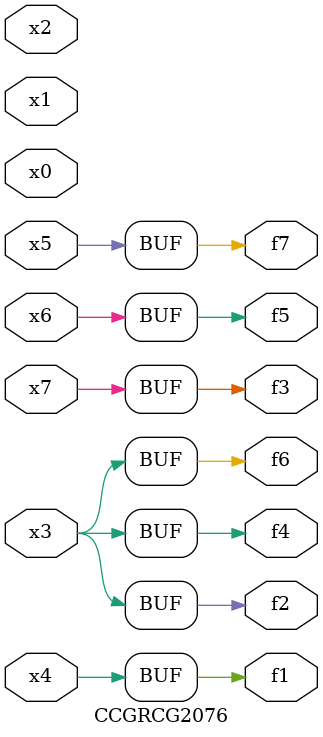
<source format=v>
module CCGRCG2076(
	input x0, x1, x2, x3, x4, x5, x6, x7,
	output f1, f2, f3, f4, f5, f6, f7
);
	assign f1 = x4;
	assign f2 = x3;
	assign f3 = x7;
	assign f4 = x3;
	assign f5 = x6;
	assign f6 = x3;
	assign f7 = x5;
endmodule

</source>
